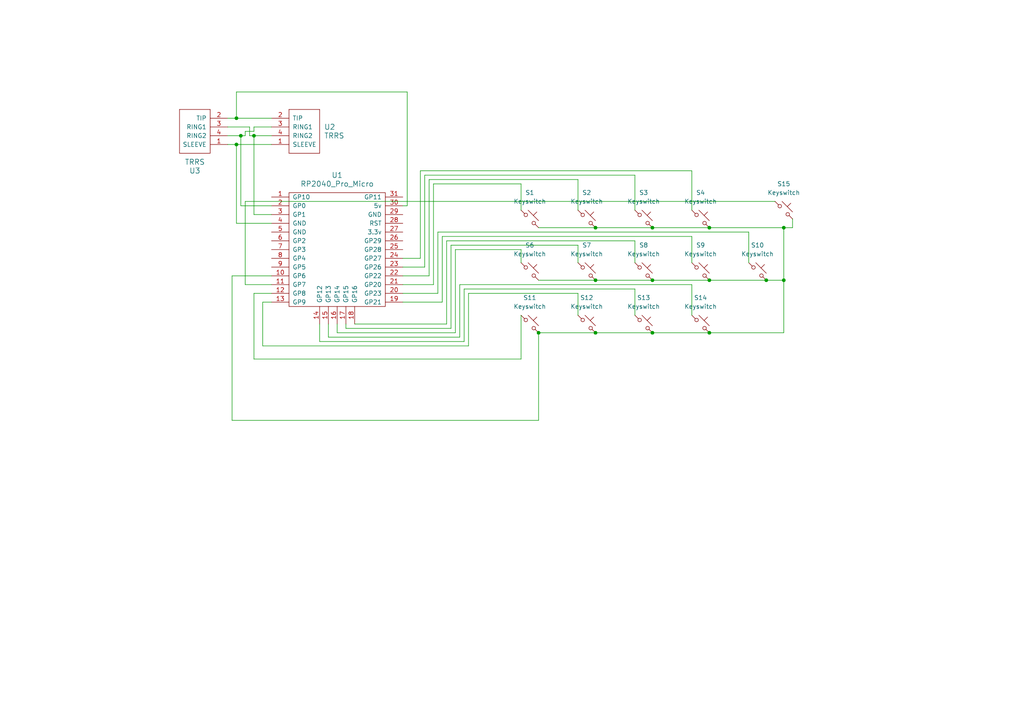
<source format=kicad_sch>
(kicad_sch (version 20250114) (generator "eeschema") (generator_version "9.0")
  (paper "A4")
  (lib_symbols
    (symbol "ScottoKeebs:MCU_RP2040_Pro_Micro" (pin_names (offset 1.016))
      (property "Reference" "U" (at 0 0 0))
      (property "Value" "RP2040_Pro_Micro" (at 0 -27.686 0))
      (symbol "MCU_RP2040_Pro_Micro_0_1"
        (rectangle (start -13.97 16.51) (end 13.97 -16.51))
      )
      (symbol "MCU_RP2040_Pro_Micro_1_1"
        (pin input line (at -19.05 15.24 0) (length 5.08) (name "GP10") (number "1"))
        (pin input line (at -19.05 12.7 0) (length 5.08) (name "GP0") (number "2"))
        (pin input line (at -19.05 10.16 0) (length 5.08) (name "GP1") (number "3"))
        (pin input line (at -19.05 7.62 0) (length 5.08) (name "GND") (number "4"))
        (pin input line (at -19.05 5.08 0) (length 5.08) (name "GND") (number "5"))
        (pin input line (at -19.05 2.54 0) (length 5.08) (name "GP2") (number "6"))
        (pin input line (at -19.05 0 0) (length 5.08) (name "GP3") (number "7"))
        (pin input line (at -19.05 -2.54 0) (length 5.08) (name "GP4") (number "8"))
        (pin input line (at -19.05 -5.08 0) (length 5.08) (name "GP5") (number "9"))
        (pin input line (at -19.05 -7.62 0) (length 5.08) (name "GP6") (number "10"))
        (pin input line (at -19.05 -10.16 0) (length 5.08) (name "GP7") (number "11"))
        (pin input line (at -19.05 -12.7 0) (length 5.08) (name "GP8") (number "12"))
        (pin input line (at -19.05 -15.24 0) (length 5.08) (name "GP9") (number "13"))
        (pin input line (at -5.08 -21.59 90) (length 5.08) (name "GP12") (number "14"))
        (pin input line (at -2.54 -21.59 90) (length 5.08) (name "GP13") (number "15"))
        (pin input line (at 0 -21.59 90) (length 5.08) (name "GP14") (number "16"))
        (pin input line (at 2.54 -21.59 90) (length 5.08) (name "GP15") (number "17"))
        (pin input line (at 5.08 -21.59 90) (length 5.08) (name "GP16") (number "18"))
        (pin input line (at 19.05 15.24 180) (length 5.08) (name "GP11") (number "31"))
        (pin input line (at 19.05 12.7 180) (length 5.08) (name "5v") (number "30"))
        (pin input line (at 19.05 10.16 180) (length 5.08) (name "GND") (number "29"))
        (pin input line (at 19.05 7.62 180) (length 5.08) (name "RST") (number "28"))
        (pin input line (at 19.05 5.08 180) (length 5.08) (name "3.3v") (number "27"))
        (pin input line (at 19.05 2.54 180) (length 5.08) (name "GP29") (number "26"))
        (pin input line (at 19.05 0 180) (length 5.08) (name "GP28") (number "25"))
        (pin input line (at 19.05 -2.54 180) (length 5.08) (name "GP27") (number "24"))
        (pin input line (at 19.05 -5.08 180) (length 5.08) (name "GP26") (number "23"))
        (pin input line (at 19.05 -7.62 180) (length 5.08) (name "GP22") (number "22"))
        (pin input line (at 19.05 -10.16 180) (length 5.08) (name "GP20") (number "21"))
        (pin input line (at 19.05 -12.7 180) (length 5.08) (name "GP23") (number "20"))
        (pin input line (at 19.05 -15.24 180) (length 5.08) (name "GP21") (number "19"))
      )
    )
    (symbol "ScottoKeebs:Placeholder_Keyswitch" (pin_numbers (hide yes)) (pin_names (offset 1.016) (hide yes))
      (property "Reference" "S" (at 3.048 1.016 0))
      (property "Value" "Keyswitch" (at 0 -3.81 0))
      (symbol "Placeholder_Keyswitch_0_1"
        (polyline (pts (xy -2.54 2.54) (xy -1.524 1.524) (xy -1.524 1.524)))
        (circle (center -1.1684 1.1684) (radius 0.508))
        (polyline (pts (xy -0.508 2.54) (xy 2.54 -0.508)))
        (polyline (pts (xy 1.016 1.016) (xy 2.032 2.032)))
        (circle (center 1.143 -1.1938) (radius 0.508))
        (polyline (pts (xy 1.524 -1.524) (xy 2.54 -2.54) (xy 2.54 -2.54) (xy 2.54 -2.54)))
        (pin passive line (at -2.54 2.54 0) (length 0) (name "1") (number "1"))
        (pin passive line (at 2.54 -2.54 180) (length 0) (name "2") (number "2"))
      )
    )
    (symbol "ScottoKeebs:Placeholder_TRRS" (pin_names (offset 1.016))
      (property "Reference" "U" (at 0 15.24 0))
      (property "Value" "TRRS" (at 0 -2.54 0))
      (symbol "Placeholder_TRRS_0_1"
        (rectangle (start -3.81 12.7) (end 5.08 12.7))
        (rectangle (start -3.81 0) (end -3.81 12.7))
        (rectangle (start -3.81 0) (end 5.08 0))
        (rectangle (start 5.08 12.7) (end 5.08 0))
      )
      (symbol "Placeholder_TRRS_1_1"
        (pin input line (at -8.89 10.16 0) (length 5.08) (name "TIP") (number "2"))
        (pin input line (at -8.89 7.62 0) (length 5.08) (name "RING1") (number "3"))
        (pin input line (at -8.89 5.08 0) (length 5.08) (name "RING2") (number "4"))
        (pin input line (at -8.89 2.54 0) (length 5.08) (name "SLEEVE") (number "1"))
      )
    )
  )
  (junction (at 205.74 81.28))
  (junction (at 189.23 96.52))
  (junction (at 189.23 66.04))
  (junction (at 205.74 66.04))
  (junction (at 227.33 66.04))
  (junction (at 73.66 39.37))
  (junction (at 189.23 81.28))
  (junction (at 222.25 81.28))
  (junction (at 172.72 96.52))
  (junction (at 227.33 81.28))
  (junction (at 69.85 39.37))
  (junction (at 172.72 81.28))
  (junction (at 68.58 34.29))
  (junction (at 156.21 96.52))
  (junction (at 172.72 66.04))
  (junction (at 205.74 96.52))
  (junction (at 68.58 41.91))
  (wire (pts (xy 200.66 82.55) (xy 133.35 82.55)))
  (wire (pts (xy 184.15 76.2) (xy 184.15 69.85)))
  (wire (pts (xy 205.74 66.04) (xy 227.33 66.04)))
  (wire (pts (xy 125.73 82.55) (xy 116.84 82.55)))
  (wire (pts (xy 172.72 81.28) (xy 189.23 81.28)))
  (wire (pts (xy 133.35 97.79) (xy 95.25 97.79)))
  (wire (pts (xy 71.12 82.55) (xy 78.74 82.55)))
  (wire (pts (xy 76.2 100.33) (xy 76.2 87.63)))
  (wire (pts (xy 200.66 49.53) (xy 200.66 60.96)))
  (wire (pts (xy 68.58 41.91) (xy 78.74 41.91)))
  (wire (pts (xy 116.84 74.93) (xy 121.92 74.93)))
  (wire (pts (xy 217.17 76.2) (xy 217.17 67.31)))
  (wire (pts (xy 73.66 85.09) (xy 73.66 104.14)))
  (wire (pts (xy 167.64 52.07) (xy 124.46 52.07)))
  (wire (pts (xy 68.58 34.29) (xy 68.58 26.67)))
  (wire (pts (xy 129.54 93.98) (xy 102.87 93.98)))
  (wire (pts (xy 125.73 53.34) (xy 125.73 82.55)))
  (wire (pts (xy 118.11 26.67) (xy 118.11 59.69)))
  (wire (pts (xy 151.13 76.2) (xy 151.13 72.39)))
  (wire (pts (xy 135.89 100.33) (xy 76.2 100.33)))
  (wire (pts (xy 73.66 62.23) (xy 78.74 62.23)))
  (wire (pts (xy 128.27 68.58) (xy 128.27 87.63)))
  (wire (pts (xy 151.13 60.96) (xy 151.13 53.34)))
  (wire (pts (xy 189.23 96.52) (xy 172.72 96.52)))
  (wire (pts (xy 72.39 39.37) (xy 73.66 39.37)))
  (wire (pts (xy 73.66 104.14) (xy 151.13 104.14)))
  (wire (pts (xy 189.23 66.04) (xy 172.72 66.04)))
  (wire (pts (xy 229.87 66.04) (xy 227.33 66.04)))
  (wire (pts (xy 205.74 66.04) (xy 189.23 66.04)))
  (wire (pts (xy 167.64 60.96) (xy 167.64 52.07)))
  (wire (pts (xy 71.12 58.42) (xy 224.79 58.42)))
  (wire (pts (xy 128.27 87.63) (xy 116.84 87.63)))
  (wire (pts (xy 167.64 71.12) (xy 130.81 71.12)))
  (wire (pts (xy 68.58 34.29) (xy 78.74 34.29)))
  (wire (pts (xy 227.33 66.04) (xy 227.33 81.28)))
  (wire (pts (xy 130.81 71.12) (xy 130.81 95.25)))
  (wire (pts (xy 68.58 64.77) (xy 78.74 64.77)))
  (wire (pts (xy 134.62 99.06) (xy 92.71 99.06)))
  (wire (pts (xy 73.66 36.83) (xy 73.66 38.1)))
  (wire (pts (xy 151.13 53.34) (xy 125.73 53.34)))
  (wire (pts (xy 124.46 52.07) (xy 124.46 80.01)))
  (wire (pts (xy 184.15 60.96) (xy 184.15 50.8)))
  (wire (pts (xy 151.13 104.14) (xy 151.13 91.44)))
  (wire (pts (xy 156.21 81.28) (xy 172.72 81.28)))
  (wire (pts (xy 156.21 121.92) (xy 67.31 121.92)))
  (wire (pts (xy 151.13 72.39) (xy 132.08 72.39)))
  (wire (pts (xy 76.2 87.63) (xy 78.74 87.63)))
  (wire (pts (xy 200.66 68.58) (xy 128.27 68.58)))
  (wire (pts (xy 66.04 34.29) (xy 68.58 34.29)))
  (wire (pts (xy 121.92 49.53) (xy 200.66 49.53)))
  (wire (pts (xy 66.04 36.83) (xy 72.39 36.83)))
  (wire (pts (xy 67.31 80.01) (xy 67.31 121.92)))
  (wire (pts (xy 127 85.09) (xy 116.84 85.09)))
  (wire (pts (xy 118.11 59.69) (xy 116.84 59.69)))
  (wire (pts (xy 100.33 95.25) (xy 100.33 93.98)))
  (wire (pts (xy 123.19 77.47) (xy 116.84 77.47)))
  (wire (pts (xy 69.85 39.37) (xy 71.12 39.37)))
  (wire (pts (xy 68.58 26.67) (xy 118.11 26.67)))
  (wire (pts (xy 205.74 96.52) (xy 189.23 96.52)))
  (wire (pts (xy 73.66 39.37) (xy 78.74 39.37)))
  (wire (pts (xy 227.33 81.28) (xy 227.33 96.52)))
  (wire (pts (xy 217.17 67.31) (xy 127 67.31)))
  (wire (pts (xy 66.04 41.91) (xy 68.58 41.91)))
  (wire (pts (xy 172.72 66.04) (xy 156.21 66.04)))
  (wire (pts (xy 184.15 91.44) (xy 184.15 83.82)))
  (wire (pts (xy 200.66 91.44) (xy 200.66 82.55)))
  (wire (pts (xy 167.64 76.2) (xy 167.64 71.12)))
  (wire (pts (xy 95.25 97.79) (xy 95.25 93.98)))
  (wire (pts (xy 123.19 50.8) (xy 123.19 77.47)))
  (wire (pts (xy 189.23 81.28) (xy 205.74 81.28)))
  (wire (pts (xy 132.08 72.39) (xy 132.08 96.52)))
  (wire (pts (xy 129.54 69.85) (xy 129.54 93.98)))
  (wire (pts (xy 92.71 99.06) (xy 92.71 93.98)))
  (wire (pts (xy 69.85 59.69) (xy 69.85 39.37)))
  (wire (pts (xy 229.87 63.5) (xy 229.87 66.04)))
  (wire (pts (xy 132.08 96.52) (xy 97.79 96.52)))
  (wire (pts (xy 71.12 58.42) (xy 71.12 82.55)))
  (wire (pts (xy 227.33 96.52) (xy 205.74 96.52)))
  (wire (pts (xy 73.66 38.1) (xy 71.12 38.1)))
  (wire (pts (xy 172.72 96.52) (xy 156.21 96.52)))
  (wire (pts (xy 73.66 39.37) (xy 73.66 62.23)))
  (wire (pts (xy 184.15 69.85) (xy 129.54 69.85)))
  (wire (pts (xy 167.64 91.44) (xy 167.64 85.09)))
  (wire (pts (xy 78.74 59.69) (xy 69.85 59.69)))
  (wire (pts (xy 78.74 36.83) (xy 73.66 36.83)))
  (wire (pts (xy 78.74 80.01) (xy 67.31 80.01)))
  (wire (pts (xy 184.15 83.82) (xy 134.62 83.82)))
  (wire (pts (xy 222.25 81.28) (xy 227.33 81.28)))
  (wire (pts (xy 71.12 38.1) (xy 71.12 39.37)))
  (wire (pts (xy 134.62 83.82) (xy 134.62 99.06)))
  (wire (pts (xy 200.66 76.2) (xy 200.66 68.58)))
  (wire (pts (xy 121.92 74.93) (xy 121.92 49.53)))
  (wire (pts (xy 133.35 82.55) (xy 133.35 97.79)))
  (wire (pts (xy 78.74 85.09) (xy 73.66 85.09)))
  (wire (pts (xy 68.58 41.91) (xy 68.58 64.77)))
  (wire (pts (xy 130.81 95.25) (xy 100.33 95.25)))
  (wire (pts (xy 184.15 50.8) (xy 123.19 50.8)))
  (wire (pts (xy 72.39 36.83) (xy 72.39 39.37)))
  (wire (pts (xy 97.79 96.52) (xy 97.79 93.98)))
  (wire (pts (xy 205.74 81.28) (xy 222.25 81.28)))
  (wire (pts (xy 156.21 96.52) (xy 156.21 121.92)))
  (wire (pts (xy 135.89 85.09) (xy 135.89 100.33)))
  (wire (pts (xy 127 67.31) (xy 127 85.09)))
  (wire (pts (xy 124.46 80.01) (xy 116.84 80.01)))
  (wire (pts (xy 66.04 39.37) (xy 69.85 39.37)))
  (wire (pts (xy 167.64 85.09) (xy 135.89 85.09)))
  (symbol (lib_id "ScottoKeebs:Placeholder_TRRS") (at 87.63 44.45 0) (unit 1)
    (property "Reference" "U2" (at 93.98 36.8299 0) (effects (font (size 1.524 1.524)) (justify left)))
    (property "Value" "TRRS" (at 93.98 39.3699 0) (effects (font (size 1.524 1.524)) (justify left)))
    (property "Footprint" "ScottoKeebs_Components:TRRS_PJ-320A" (effects (hide yes)))
  )
  (symbol (lib_id "ScottoKeebs:Placeholder_Keyswitch") (at 219.71 78.74 0) (unit 1)
    (property "Reference" "S10" (at 219.71 71.12 0))
    (property "Value" "Keyswitch" (at 219.71 73.66 0))
    (property "Footprint" "keyswitches_daprice:Kailh_socket_MX_reversible" (effects (hide yes)))
    (property "Description" "Push button switch, normally open, two pins, 45° tilted" (effects (hide yes)))
  )
  (symbol (lib_id "ScottoKeebs:Placeholder_Keyswitch") (at 203.2 63.5 0) (unit 1)
    (property "Reference" "S4" (at 203.2 55.88 0))
    (property "Value" "Keyswitch" (at 203.2 58.42 0))
    (property "Footprint" "keyswitches_daprice:Kailh_socket_MX_reversible" (effects (hide yes)))
    (property "Description" "Push button switch, normally open, two pins, 45° tilted" (effects (hide yes)))
  )
  (symbol (lib_id "ScottoKeebs:Placeholder_Keyswitch") (at 203.2 78.74 0) (unit 1)
    (property "Reference" "S9" (at 203.2 71.12 0))
    (property "Value" "Keyswitch" (at 203.2 73.66 0))
    (property "Footprint" "keyswitches_daprice:Kailh_socket_MX_reversible" (effects (hide yes)))
    (property "Description" "Push button switch, normally open, two pins, 45° tilted" (effects (hide yes)))
  )
  (symbol (lib_id "ScottoKeebs:Placeholder_Keyswitch") (at 170.18 63.5 0) (unit 1)
    (property "Reference" "S2" (at 170.18 55.88 0))
    (property "Value" "Keyswitch" (at 170.18 58.42 0))
    (property "Footprint" "keyswitches_daprice:Kailh_socket_MX_reversible" (effects (hide yes)))
    (property "Description" "Push button switch, normally open, two pins, 45° tilted" (effects (hide yes)))
  )
  (symbol (lib_id "ScottoKeebs:Placeholder_Keyswitch") (at 227.33 60.96 0) (unit 1)
    (property "Reference" "S15" (at 227.33 53.34 0))
    (property "Value" "Keyswitch" (at 227.33 55.88 0))
    (property "Footprint" "keyswitches_daprice:Kailh_socket_MX_reversible" (effects (hide yes)))
    (property "Description" "Push button switch, normally open, two pins, 45° tilted" (effects (hide yes)))
  )
  (symbol (lib_id "ScottoKeebs:Placeholder_Keyswitch") (at 203.2 93.98 0) (unit 1)
    (property "Reference" "S14" (at 203.2 86.36 0))
    (property "Value" "Keyswitch" (at 203.2 88.9 0))
    (property "Footprint" "keyswitches_daprice:Kailh_socket_MX_reversible" (effects (hide yes)))
    (property "Description" "Push button switch, normally open, two pins, 45° tilted" (effects (hide yes)))
  )
  (symbol (lib_id "ScottoKeebs:Placeholder_Keyswitch") (at 170.18 93.98 0) (unit 1)
    (property "Reference" "S12" (at 170.18 86.36 0))
    (property "Value" "Keyswitch" (at 170.18 88.9 0))
    (property "Footprint" "keyswitches_daprice:Kailh_socket_MX_reversible" (effects (hide yes)))
    (property "Description" "Push button switch, normally open, two pins, 45° tilted" (effects (hide yes)))
  )
  (symbol (lib_id "ScottoKeebs:Placeholder_Keyswitch") (at 153.67 93.98 0) (unit 1)
    (property "Reference" "S11" (at 153.67 86.36 0))
    (property "Value" "Keyswitch" (at 153.67 88.9 0))
    (property "Footprint" "keyswitches_daprice:Kailh_socket_MX_reversible" (effects (hide yes)))
    (property "Description" "Push button switch, normally open, two pins, 45° tilted" (effects (hide yes)))
  )
  (symbol (lib_id "ScottoKeebs:Placeholder_Keyswitch") (at 186.69 63.5 0) (unit 1)
    (property "Reference" "S3" (at 186.69 55.88 0))
    (property "Value" "Keyswitch" (at 186.69 58.42 0))
    (property "Footprint" "keyswitches_daprice:Kailh_socket_MX_reversible" (effects (hide yes)))
    (property "Description" "Push button switch, normally open, two pins, 45° tilted" (effects (hide yes)))
  )
  (symbol (lib_id "ScottoKeebs:Placeholder_Keyswitch") (at 186.69 93.98 0) (unit 1)
    (property "Reference" "S13" (at 186.69 86.36 0))
    (property "Value" "Keyswitch" (at 186.69 88.9 0))
    (property "Footprint" "keyswitches_daprice:Kailh_socket_MX_reversible" (effects (hide yes)))
    (property "Description" "Push button switch, normally open, two pins, 45° tilted" (effects (hide yes)))
  )
  (symbol (lib_id "ScottoKeebs:Placeholder_TRRS") (at 57.15 44.45 0) (mirror y) (unit 1)
    (property "Reference" "U3" (at 56.515 49.53 0) (effects (font (size 1.524 1.524))))
    (property "Value" "TRRS" (at 56.515 46.99 0) (effects (font (size 1.524 1.524))))
    (property "Footprint" "ScottoKeebs_Components:TRRS_PJ-320A" (effects (hide yes)))
  )
  (symbol (lib_id "ScottoKeebs:MCU_RP2040_Pro_Micro") (at 97.79 72.39 0) (unit 1)
    (property "Reference" "U1" (at 97.79 50.8 0) (effects (font (size 1.524 1.524))))
    (property "Value" "RP2040_Pro_Micro" (at 97.79 53.34 0) (effects (font (size 1.524 1.524))))
    (property "Footprint" "ScottoKeebs_MCU:RP2040_Pro_Micro" (effects (hide yes)))
  )
  (symbol (lib_id "ScottoKeebs:Placeholder_Keyswitch") (at 170.18 78.74 0) (unit 1)
    (property "Reference" "S7" (at 170.18 71.12 0))
    (property "Value" "Keyswitch" (at 170.18 73.66 0))
    (property "Footprint" "keyswitches_daprice:Kailh_socket_MX_reversible" (effects (hide yes)))
    (property "Description" "Push button switch, normally open, two pins, 45° tilted" (effects (hide yes)))
  )
  (symbol (lib_id "ScottoKeebs:Placeholder_Keyswitch") (at 153.67 63.5 0) (unit 1)
    (property "Reference" "S1" (at 153.67 55.88 0))
    (property "Value" "Keyswitch" (at 153.67 58.42 0))
    (property "Footprint" "keyswitches_daprice:Kailh_socket_MX_reversible" (effects (hide yes)))
    (property "Description" "Push button switch, normally open, two pins, 45° tilted" (effects (hide yes)))
  )
  (symbol (lib_id "ScottoKeebs:Placeholder_Keyswitch") (at 153.67 78.74 0) (unit 1)
    (property "Reference" "S6" (at 153.67 71.12 0))
    (property "Value" "Keyswitch" (at 153.67 73.66 0))
    (property "Footprint" "keyswitches_daprice:Kailh_socket_MX_reversible" (effects (hide yes)))
    (property "Description" "Push button switch, normally open, two pins, 45° tilted" (effects (hide yes)))
  )
  (symbol (lib_id "ScottoKeebs:Placeholder_Keyswitch") (at 186.69 78.74 0) (unit 1)
    (property "Reference" "S8" (at 186.69 71.12 0))
    (property "Value" "Keyswitch" (at 186.69 73.66 0))
    (property "Footprint" "keyswitches_daprice:Kailh_socket_MX_reversible" (effects (hide yes)))
    (property "Description" "Push button switch, normally open, two pins, 45° tilted" (effects (hide yes)))
  )
)
</source>
